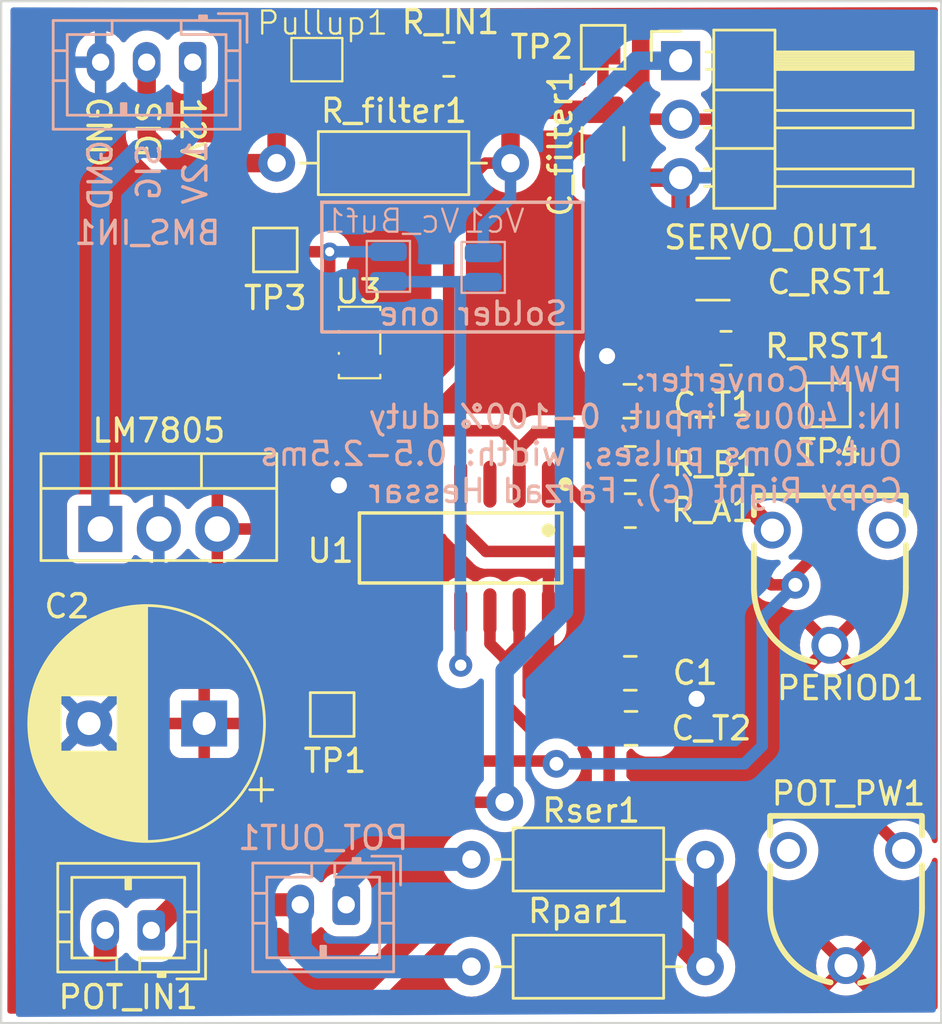
<source format=kicad_pcb>
(kicad_pcb (version 20221018) (generator pcbnew)
  (layers (0 "F.Cu" signal) (31 "B.Cu" signal) (34 "B.Paste" user) (35 "F.Paste" user) (36 "B.SilkS" user "B.Silkscreen") (37 "F.SilkS" user "F.Silkscreen") (38 "B.Mask" user) (39 "F.Mask" user) (44 "Edge.Cuts" user))
  (net 0 "")
  (net 1 "OUT1")
  (net 2 "In_Signal")
  (net 3 "VCC5")
  (net 4 "GNDREF")
  (net 6 "Net-(U3-VIN-)")
  (net 7 "Net-(PERIOD1-Pad3)")
  (net 9 "Out_Signal")
  (net 10 "Net-(POT_IN1-Pin_1)")
  (net 11 "Net-(POT_IN1-Pin_2)")
  (net 12 "signal_filtered")
  (net 13 "Net-(Pullup1-A)")
  (net 14 "12Vin")
  (net 15 "Net-(POT_OUT1-Pin_1)")
  (net 17 "Reset")
  (net 18 "Net-(U1-THRA)")
  (net 19 "U1_THRB")
  (net 20 "Net-(U1-DISCA)")
  (net 21 "Net-(U1-CNTLB)")
  (footprint "easyeda2kicad:RES-ARRAY-TH_601030" (layer "F.Cu") (at 123.86 97.56 180)
    (fp_text reference "POT_PW1" (at -0.11 4.97) (layer "F.SilkS"))
    (fp_text value "10K" hide)
    (pad "1" thru_hole circle (at -2.5 2.5 180) (size 1.6 1.6) (drill 0.999998) (layers "*.Cu" "*.Mask") (net 19 "U1_THRB"))
    (pad "2" thru_hole circle (at 0 -2.5 180) (size 1.6 1.6) (drill 0.999998) (layers "*.Cu" "*.Mask") (net 3 "VCC5"))
    (pad "3" thru_hole circle (at 2.5 2.5 180) (size 1.6 1.6) (drill 0.999998) (layers "*.Cu" "*.Mask"))
  )
  (footprint "Package_TO_SOT_THT:TO-220-3_Vertical" (layer "F.Cu") (at 91.47 81.105)
    (fp_text reference "LM7805" (at 2.54 -4.27) (layer "F.SilkS"))
    (fp_text value "LM7805_TO220" hide)
    (pad "1" thru_hole rect (at 0 0) (size 1.905 2) (drill 1.1) (layers "*.Cu" "*.Mask") (net 14 "12Vin"))
    (pad "2" thru_hole oval (at 2.54 0) (size 1.905 2) (drill 1.1) (layers "*.Cu" "*.Mask") (net 4 "GNDREF"))
    (pad "3" thru_hole oval (at 5.08 0) (size 1.905 2) (drill 1.1) (layers "*.Cu" "*.Mask") (net 3 "VCC5"))
  )
  (footprint "Connector_PinHeader_2.54mm:PinHeader_1x03_P2.54mm_Horizontal" (layer "F.Cu") (at 116.675 60.775)
    (fp_text reference "SERVO_OUT1" (at 3.955 7.675) (layer "F.SilkS"))
    (fp_text value "Conn_01x03_Pin_2.54mm" hide)
    (pad "1" thru_hole rect (at 0 0) (size 1.7 1.7) (drill 1) (layers "*.Cu" "*.Mask") (net 9 "Out_Signal"))
    (pad "2" thru_hole oval (at 0 2.54) (size 1.7 1.7) (drill 1) (layers "*.Cu" "*.Mask") (net 3 "VCC5"))
    (pad "3" thru_hole oval (at 0 5.08) (size 1.7 1.7) (drill 1) (layers "*.Cu" "*.Mask") (net 4 "GNDREF"))
  )
  (footprint "Capacitor_THT:CP_Radial_D10.0mm_P5.00mm" (layer "F.Cu") (at 95.98 89.55 180)
    (fp_text reference "C2" (at 5.96 5.09) (layer "F.SilkS"))
    (fp_text value "330uF" hide)
    (pad "1" thru_hole rect (at 0 0 180) (size 2 2) (drill 1) (layers "*.Cu" "*.Mask") (net 3 "VCC5"))
    (pad "2" thru_hole circle (at 5 0 180) (size 2 2) (drill 1) (layers "*.Cu" "*.Mask") (net 4 "GNDREF"))
  )
  (footprint "TestPoint:TestPoint_Pad_1.5x1.5mm" (layer "F.Cu") (at 123.09 75.72 90)
    (fp_text reference "TP4" (at -2.01 0.07 180) (layer "F.SilkS"))
    (fp_text value "TestPoint_Probe" hide)
    (pad "1" smd rect (at 0 0 90) (size 1.5 1.5) (layers "F.Cu" "F.Mask") (net 17 "Reset"))
  )
  (footprint "easyeda2kicad:SOIC-14_L8.7-W3.9-P1.27-LS6.0-BL" (layer "F.Cu") (at 107.1225 81.93 180)
    (fp_text reference "U1" (at 5.6525 -0.12) (layer "F.SilkS"))
    (fp_text value "NE556DR")
    (pad "1" smd oval (at -3.81 2.77 180) (size 0.57 2.04) (layers "F.Cu" "F.Paste" "F.Mask") (net 20 "Net-(U1-DISCA)"))
    (pad "2" smd oval (at -2.54 2.77 180) (size 0.57 2.04) (layers "F.Cu" "F.Paste" "F.Mask") (net 18 "Net-(U1-THRA)"))
    (pad "3" smd oval (at -1.27 2.77 180) (size 0.57 2.04) (layers "F.Cu" "F.Paste" "F.Mask"))
    (pad "4" smd oval (at 0 2.77 180) (size 0.57 2.04) (layers "F.Cu" "F.Paste" "F.Mask") (net 17 "Reset"))
    (pad "5" smd oval (at 1.27 2.77 180) (size 0.57 2.04) (layers "F.Cu" "F.Paste" "F.Mask") (net 1 "OUT1"))
    (pad "6" smd oval (at 2.54 2.77 180) (size 0.57 2.04) (layers "F.Cu" "F.Paste" "F.Mask") (net 18 "Net-(U1-THRA)"))
    (pad "7" smd oval (at 3.81 2.77 180) (size 0.57 2.04) (layers "F.Cu" "F.Paste" "F.Mask") (net 4 "GNDREF"))
    (pad "8" smd oval (at 3.81 -2.77 180) (size 0.57 2.04) (layers "F.Cu" "F.Paste" "F.Mask") (net 1 "OUT1"))
    (pad "9" smd oval (at 2.54 -2.77 180) (size 0.57 2.04) (layers "F.Cu" "F.Paste" "F.Mask") (net 9 "Out_Signal"))
    (pad "10" smd oval (at 1.27 -2.77 180) (size 0.57 2.04) (layers "F.Cu" "F.Paste" "F.Mask") (net 17 "Reset"))
    (pad "11" smd oval (at 0 -2.77 180) (size 0.57 2.04) (layers "F.Cu" "F.Paste" "F.Mask") (net 21 "Net-(U1-CNTLB)"))
    (pad "12" smd oval (at -1.27 -2.77 180) (size 0.57 2.04) (layers "F.Cu" "F.Paste" "F.Mask") (net 19 "U1_THRB"))
    (pad "13" smd oval (at -2.54 -2.77 180) (size 0.57 2.04) (layers "F.Cu" "F.Paste" "F.Mask") (net 19 "U1_THRB"))
    (pad "14" smd oval (at -3.81 -2.77 180) (size 0.57 2.04) (layers "F.Cu" "F.Paste" "F.Mask") (net 3 "VCC5"))
  )
  (footprint "Capacitor_SMD:C_1206_3216Metric" (layer "F.Cu") (at 118.08 70.26)
    (fp_text reference "C_RST1" (at 5.08 0.13) (layer "F.SilkS"))
    (fp_text value "22uF" hide)
    (pad "1" smd roundrect (at -1.475 0) (size 1.15 1.8) (layers "F.Cu" "F.Paste" "F.Mask") (roundrect_rratio 0.2173913043) (net 4 "GNDREF"))
    (pad "2" smd roundrect (at 1.475 0) (size 1.15 1.8) (layers "F.Cu" "F.Paste" "F.Mask") (roundrect_rratio 0.2173913043) (net 17 "Reset"))
  )
  (footprint "Resistor_THT:R_Axial_DIN0207_L6.3mm_D2.5mm_P10.16mm_Horizontal" (layer "F.Cu") (at 109.286 65.222 180)
    (fp_text reference "R_filter1" (at 5.066 2.272) (layer "F.SilkS"))
    (fp_text value "R" hide)
    (pad "1" thru_hole circle (at 0 0 180) (size 1.6 1.6) (drill 0.8) (layers "*.Cu" "*.Mask") (net 12 "signal_filtered"))
    (pad "2" thru_hole oval (at 10.16 0 180) (size 1.6 1.6) (drill 0.8) (layers "*.Cu" "*.Mask") (net 2 "In_Signal"))
  )
  (footprint "TestPoint:TestPoint_Pad_1.5x1.5mm" (layer "F.Cu") (at 99.07 68.99)
    (fp_text reference "TP3" (at 0 2.09) (layer "F.SilkS"))
    (fp_text value "TestPoint_Probe" hide)
    (pad "1" smd rect (at 0 0) (size 1.5 1.5) (layers "F.Cu" "F.Mask") (net 6 "Net-(U3-VIN-)"))
  )
  (footprint "Connector_JST:JST_PH_B2B-PH-K_1x02_P2.00mm_Vertical" (layer "F.Cu") (at 93.68 98.53 180)
    (fp_text reference "POT_IN1" (at 1 -2.9) (layer "F.SilkS"))
    (fp_text value "Conn_01x02_Socket" hide)
    (pad "1" thru_hole roundrect (at 0 0 180) (size 1.2 1.75) (drill 0.75) (layers "*.Cu" "*.Mask") (roundrect_rratio 0.2083333333) (net 10 "Net-(POT_IN1-Pin_1)"))
    (pad "2" thru_hole oval (at 2 0 180) (size 1.2 1.75) (drill 0.75) (layers "*.Cu" "*.Mask") (net 11 "Net-(POT_IN1-Pin_2)"))
  )
  (footprint "Resistor_SMD:R_0805_2012Metric" (layer "F.Cu") (at 114.49 80.31 180)
    (fp_text reference "R_A1" (at -3.56 0.03) (layer "F.SilkS"))
    (fp_text value "10k" hide)
    (pad "1" smd roundrect (at -0.9125 0 180) (size 1.025 1.4) (layers "F.Cu" "F.Paste" "F.Mask") (roundrect_rratio 0.243902439) (net 7 "Net-(PERIOD1-Pad3)"))
    (pad "2" smd roundrect (at 0.9125 0 180) (size 1.025 1.4) (layers "F.Cu" "F.Paste" "F.Mask") (roundrect_rratio 0.243902439) (net 20 "Net-(U1-DISCA)"))
  )
  (footprint "Resistor_SMD:R_0805_2012Metric" (layer "F.Cu") (at 118.6475 73.26 180)
    (fp_text reference "R_RST1" (at -4.4175 0.09) (layer "F.SilkS"))
    (fp_text value "150k" hide)
    (pad "1" smd roundrect (at -0.9125 0 180) (size 1.025 1.4) (layers "F.Cu" "F.Paste" "F.Mask") (roundrect_rratio 0.243902439) (net 17 "Reset"))
    (pad "2" smd roundrect (at 0.9125 0 180) (size 1.025 1.4) (layers "F.Cu" "F.Paste" "F.Mask") (roundrect_rratio 0.243902439) (net 3 "VCC5"))
  )
  (footprint "Capacitor_SMD:C_0805_2012Metric" (layer "F.Cu") (at 114.52 89.76 180)
    (fp_text reference "C_T2" (at -3.49 0) (layer "F.SilkS"))
    (fp_text value "220nF" hide)
    (pad "1" smd roundrect (at -0.95 0 180) (size 1 1.45) (layers "F.Cu" "F.Paste" "F.Mask") (net 4 "GNDREF"))
    (pad "2" smd roundrect (at 0.95 0 180) (size 1 1.45) (layers "F.Cu" "F.Paste" "F.Mask") (net 19 "U1_THRB"))
  )
  (footprint "TestPoint:TestPoint_Pad_1.5x1.5mm" (layer "F.Cu") (at 113.31 60.19)
    (fp_text reference "TP2" (at -2.66 -0.01) (layer "F.SilkS"))
    (fp_text value "TestPoint_Probe" hide)
    (pad "1" smd rect (at 0 0) (size 1.5 1.5) (layers "F.Cu" "F.Mask") (net 12 "signal_filtered"))
  )
  (footprint "easyeda2kicad:SOT-23-5_L3.0-W1.7-P0.95-LS2.8-BR" (layer "F.Cu") (at 102.73 73.01 180)
    (fp_text reference "U3" (at 0.05 2.22) (layer "F.SilkS"))
    (fp_text value "MCP6021T-E/OT" hide)
    (pad "1" smd rect (at 1.3 0.95 180) (size 1.1 0.6) (layers "F.Cu" "F.Paste" "F.Mask") (net 6 "Net-(U3-VIN-)"))
    (pad "2" smd rect (at 1.3 0 180) (size 1.1 0.6) (layers "F.Cu" "F.Paste" "F.Mask") (net 4 "GNDREF"))
    (pad "3" smd rect (at 1.3 -0.95 180) (size 1.1 0.6) (layers "F.Cu" "F.Paste" "F.Mask") (net 12 "signal_filtered"))
    (pad "4" smd rect (at -1.3 -0.95 180) (size 1.1 0.6) (layers "F.Cu" "F.Paste" "F.Mask") (net 6 "Net-(U3-VIN-)"))
    (pad "5" smd rect (at -1.3 0.95 180) (size 1.1 0.6) (layers "F.Cu" "F.Paste" "F.Mask") (net 3 "VCC5"))
  )
  (footprint "Resistor_THT:R_Axial_DIN0207_L6.3mm_D2.5mm_P10.16mm_Horizontal" (layer "F.Cu") (at 117.75 95.45 180)
    (fp_text reference "Rser1" (at 4.96 2.12) (layer "F.SilkS"))
    (fp_text value "R" hide)
    (pad "1" thru_hole circle (at 0 0 180) (size 1.6 1.6) (drill 0.8) (layers "*.Cu" "*.Mask") (net 11 "Net-(POT_IN1-Pin_2)"))
    (pad "2" thru_hole oval (at 10.16 0 180) (size 1.6 1.6) (drill 0.8) (layers "*.Cu" "*.Mask") (net 15 "Net-(POT_OUT1-Pin_1)"))
  )
  (footprint "TestPoint:TestPoint_Pad_1.5x1.5mm" (layer "F.Cu") (at 101.54 89.16)
    (fp_text reference "TP1" (at 0.12 2.01) (layer "F.SilkS"))
    (fp_text value "TestPoint_Probe" hide)
    (pad "1" smd rect (at 0 0) (size 1.5 1.5) (layers "F.Cu" "F.Mask") (net 1 "OUT1"))
  )
  (footprint "Capacitor_SMD:C_0805_2012Metric" (layer "F.Cu") (at 114.47 75.56)
    (fp_text reference "C_T1" (at 3.62 0.14) (layer "F.SilkS"))
    (fp_text value "220nF" hide)
    (pad "1" smd roundrect (at -0.95 0) (size 1 1.45) (layers "F.Cu" "F.Paste" "F.Mask") (net 4 "GNDREF"))
    (pad "2" smd roundrect (at 0.95 0) (size 1 1.45) (layers "F.Cu" "F.Paste" "F.Mask") (net 18 "Net-(U1-THRA)"))
  )
  (footprint "Resistor_SMD:R_0805_2012Metric" (layer "F.Cu") (at 106.6075 60.72 180)
    (fp_text reference "R_IN1" (at -0.0725 1.62) (layer "F.SilkS"))
    (fp_text value "1k" hide)
    (pad "1" smd roundrect (at -0.9125 0 180) (size 1.025 1.4) (layers "F.Cu" "F.Paste" "F.Mask") (roundrect_rratio 0.243902439) (net 3 "VCC5"))
    (pad "2" smd roundrect (at 0.9125 0 180) (size 1.025 1.4) (layers "F.Cu" "F.Paste" "F.Mask") (roundrect_rratio 0.243902439) (net 13 "Net-(Pullup1-A)"))
  )
  (footprint "Custom:SolderJumper2_Open" (layer "F.Cu") (at 100.89 60.73 180)
    (fp_text reference "Pullup1" (at -0.23 1.59 unlocked) (layer "F.SilkS") (effects (font (thickness 0.1))))
    (fp_text value "SolderJumper_2_Open" hide)
    (pad "1" smd roundrect (at -0.61 0 270) (size 1.6 0.8) (layers "F.Cu" "F.Paste" "F.Mask") (net 13 "Net-(Pullup1-A)"))
    (pad "2" smd roundrect (at 0.63 0 270) (size 1.6 0.8) (layers "F.Cu" "F.Paste" "F.Mask") (net 2 "In_Signal"))
  )
  (footprint "easyeda2kicad:RES-ARRAY-TH_601030" (layer "F.Cu") (at 123.159993 83.652957 180)
    (fp_text reference "PERIOD1" (at -0.89 -4.36) (layer "F.SilkS"))
    (fp_text value "150K" hide)
    (pad "1" thru_hole circle (at -2.5 2.5 180) (size 1.6 1.6) (drill 0.999998) (layers "*.Cu" "*.Mask"))
    (pad "2" thru_hole circle (at 0 -2.5 180) (size 1.6 1.6) (drill 0.999998) (layers "*.Cu" "*.Mask") (net 3 "VCC5"))
    (pad "3" thru_hole circle (at 2.5 2.5 180) (size 1.6 1.6) (drill 0.999998) (layers "*.Cu" "*.Mask") (net 7 "Net-(PERIOD1-Pad3)"))
  )
  (footprint "Resistor_SMD:R_0805_2012Metric" (layer "F.Cu") (at 114.49 78.26 180)
    (fp_text reference "R_B1" (at -3.66 -0.03) (layer "F.SilkS"))
    (fp_text value "1K5" hide)
    (pad "1" smd roundrect (at -0.9125 0 180) (size 1.025 1.4) (layers "F.Cu" "F.Paste" "F.Mask") (roundrect_rratio 0.243902439) (net 18 "Net-(U1-THRA)"))
    (pad "2" smd roundrect (at 0.9125 0 180) (size 1.025 1.4) (layers "F.Cu" "F.Paste" "F.Mask") (roundrect_rratio 0.243902439) (net 20 "Net-(U1-DISCA)"))
  )
  (footprint "Capacitor_SMD:C_1206_3216Metric" (layer "F.Cu") (at 113.3 64.38 90)
    (fp_text reference "C_filter1" (at 0 -1.85 90) (layer "F.SilkS"))
    (fp_text value "22uF" hide)
    (pad "1" smd roundrect (at -1.475 0 90) (size 1.15 1.8) (layers "F.Cu" "F.Paste" "F.Mask") (roundrect_rratio 0.2173913043) (net 4 "GNDREF"))
    (pad "2" smd roundrect (at 1.475 0 90) (size 1.15 1.8) (layers "F.Cu" "F.Paste" "F.Mask") (roundrect_rratio 0.2173913043) (net 12 "signal_filtered"))
  )
  (footprint "Capacitor_SMD:C_0805_2012Metric" (layer "F.Cu") (at 114.49 87.37 180)
    (fp_text reference "C1" (at -2.82 0.02 180) (layer "F.SilkS"))
    (fp_text value "10nF" hide)
    (pad "1" smd roundrect (at -0.95 0 180) (size 1 1.45) (layers "F.Cu" "F.Paste" "F.Mask") (net 4 "GNDREF"))
    (pad "2" smd roundrect (at 0.95 0 180) (size 1 1.45) (layers "F.Cu" "F.Paste" "F.Mask") (net 3 "VCC5"))
  )
  (footprint "Resistor_THT:R_Axial_DIN0207_L6.3mm_D2.5mm_P10.16mm_Horizontal" (layer "F.Cu") (at 107.59 100.11)
    (fp_text reference "Rpar1" (at 4.65 -2.42) (layer "F.SilkS"))
    (fp_text value "R" hide)
    (pad "1" thru_hole circle (at 0 0) (size 1.6 1.6) (drill 0.8) (layers "*.Cu" "*.Mask") (net 10 "Net-(POT_IN1-Pin_1)"))
    (pad "2" thru_hole oval (at 10.16 0) (size 1.6 1.6) (drill 0.8) (layers "*.Cu" "*.Mask") (net 11 "Net-(POT_IN1-Pin_2)"))
  )
  (footprint "Connector_JST:JST_PH_B3B-PH-K_1x03_P2.00mm_Vertical" (layer "B.Cu") (at 95.48 60.84 180)
    (fp_text reference "BMS_IN1" (at 1.97 -7.41) (layer "B.SilkS") (effects (justify mirror)))
    (fp_text value "Conn_01x03_Socket" hide)
    (pad "1" thru_hole roundrect (at 0 0 180) (size 1.2 1.75) (drill 0.75) (layers "*.Cu" "*.Mask") (roundrect_rratio 0.2083333333) (net 14 "12Vin"))
    (pad "2" thru_hole oval (at 2 0 180) (size 1.2 1.75) (drill 0.75) (layers "*.Cu" "*.Mask") (net 2 "In_Signal"))
    (pad "3" thru_hole oval (at 4 0 180) (size 1.2 1.75) (drill 0.75) (layers "*.Cu" "*.Mask") (net 4 "GNDREF"))
  )
  (footprint "Custom:SolderJumper2_Open" (layer "B.Cu") (at 103.98 69.72 90)
    (fp_text reference "Vc_Buf1" (at 1.98 0.15 unlocked) (layer "B.SilkS") (effects (font (thickness 0.1)) (justify mirror)))
    (fp_text value "SolderJumper_2_Open" hide)
    (pad "1" smd roundrect (at -0.63 0) (size 1.6 0.8) (layers "B.Cu" "B.Paste" "B.Mask") (net 21 "Net-(U1-CNTLB)"))
    (pad "2" smd roundrect (at 0.65 0) (size 1.6 0.8) (layers "B.Cu" "B.Paste" "B.Mask") (net 6 "Net-(U3-VIN-)"))
  )
  (footprint "Connector_JST:JST_PH_B2B-PH-K_1x02_P2.00mm_Vertical" (layer "B.Cu") (at 102.15 97.42 180)
    (fp_text reference "POT_OUT1" (at 1 2.9) (layer "B.SilkS") (effects (justify mirror)))
    (fp_text value "Conn_01x02_Socket" hide)
    (pad "1" thru_hole roundrect (at 0 0 180) (size 1.2 1.75) (drill 0.75) (layers "*.Cu" "*.Mask") (roundrect_rratio 0.2083333333) (net 15 "Net-(POT_OUT1-Pin_1)"))
    (pad "2" thru_hole oval (at 2 0 180) (size 1.2 1.75) (drill 0.75) (layers "*.Cu" "*.Mask") (net 10 "Net-(POT_IN1-Pin_1)"))
  )
  (footprint "Custom:SolderJumper2_Open" (layer "B.Cu") (at 108.1 69.765 90)
    (fp_text reference "Vc1" (at 2.025 0.48 unlocked) (layer "B.SilkS") (effects (font (thickness 0.1)) (justify mirror)))
    (fp_text value "SolderJumper_2_Open" hide)
    (pad "1" smd roundrect (at -0.62 0) (size 1.6 0.8) (layers "B.Cu" "B.Paste" "B.Mask") (net 21 "Net-(U1-CNTLB)"))
    (pad "2" smd roundrect (at 0.64 0) (size 1.6 0.8) (layers "B.Cu" "B.Paste" "B.Mask") (net 12 "signal_filtered"))
  )
  (gr_rect (start 101.09 66.92) (end 112.43 72.55) (stroke (width 0.15)) (fill none) (layer "B.SilkS"))
  (gr_rect (start 87.16 58.19) (end 128 102.56) (stroke (width 0.1)) (fill none) (layer "Edge.Cuts"))
  (gr_text "12V" (at 96.18 64.15 90) (layer "B.SilkS") (effects (font (size 1 1)) (justify left bottom mirror)))
  (gr_text "PWM Converter:\nIN: 400us input, 0-100% duty\nOut: 20ms pulses, width: 0.5-2.5ms\nCopy Right (c), Farzad Hessar" (at 126.41 80.04) (layer "B.SilkS") (effects (font (size 1 1)) (justify left bottom mirror)))
  (gr_text "GND" (at 92.06 64.12 90) (layer "B.SilkS") (effects (font (size 1 1)) (justify left bottom mirror)))
  (gr_text "Solder one" (at 111.85 72.34) (layer "B.SilkS") (effects (font (size 1 1)) (justify left bottom mirror)))
  (gr_text "SIG" (at 94.16 64.29 90) (layer "B.SilkS") (effects (font (size 1 1)) (justify left bottom mirror)))
  (gr_text "SIG" (at 92.92 62.43 -90) (layer "F.SilkS") (effects (font (size 1 1)) (justify left bottom)))
  (gr_text "12V" (at 94.89 62.27 270) (layer "F.SilkS") (effects (font (size 1 1)) (justify left bottom)))
  (gr_text "GND" (at 90.8 62.25 -90) (layer "F.SilkS") (effects (font (size 1 1)) (justify left bottom)))
  (segment (start 101.54 86.87) (end 103.3125 85.0975) (width 0.5) (layer "F.Cu") (net 1))
  (segment (start 103.3125 83.2475) (end 103.3125 84.7) (width 0.5) (layer "F.Cu") (net 1))
  (segment (start 105.8525 79.16) (end 105.8525 80.7075) (width 0.5) (layer "F.Cu") (net 1))
  (segment (start 101.54 89.16) (end 101.54 86.87) (width 0.5) (layer "F.Cu") (net 1))
  (segment (start 103.3125 85.0975) (end 103.3125 84.7) (width 0.5) (layer "F.Cu") (net 1))
  (segment (start 105.8525 80.7075) (end 103.3125 83.2475) (width 0.5) (layer "F.Cu") (net 1))
  (segment (start 99.126 65.222) (end 99.126 61.114) (width 0.8) (layer "F.Cu") (net 2))
  (segment (start 99.51 60.73) (end 100.26 60.73) (width 0.8) (layer "F.Cu") (net 2))
  (segment (start 99.126 61.114) (end 99.51 60.73) (width 0.8) (layer "F.Cu") (net 2))
  (segment (start 94.672 65.222) (end 99.126 65.222) (width 0.8) (layer "F.Cu") (net 2))
  (segment (start 93.48 64.03) (end 94.672 65.222) (width 0.8) (layer "F.Cu") (net 2))
  (segment (start 93.48 60.84) (end 93.48 64.03) (width 0.8) (layer "F.Cu") (net 2))
  (segment (start 103.3125 79.16) (end 101.88 79.16) (width 0.5) (layer "F.Cu") (net 4))
  (segment (start 116.675 70.19) (end 116.675 65.855) (width 0.8) (layer "F.Cu") (net 4))
  (segment (start 113.52 73.64) (end 113.48 73.6) (width 0.5) (layer "F.Cu") (net 4))
  (segment (start 101.88 79.16) (end 101.83 79.21) (width 0.5) (layer "F.Cu") (net 4))
  (segment (start 113.52 75.56) (end 113.52 73.64) (width 0.5) (layer "F.Cu") (net 4))
  (segment (start 116.605 70.26) (end 116.675 70.19) (width 0.8) (layer "F.Cu") (net 4))
  (segment (start 115.47 89.76) (end 116.09 89.76) (width 0.5) (layer "F.Cu") (net 4))
  (segment (start 116.26 87.37) (end 115.44 87.37) (width 0.5) (layer "F.Cu") (net 4))
  (segment (start 95.74 73.01) (end 101.43 73.01) (width 0.5) (layer "F.Cu") (net 4))
  (segment (start 115.47 89.76) (end 115.47 87.4) (width 0.5) (layer "F.Cu") (net 4))
  (segment (start 94.01 74.74) (end 94.01 81.105) (width 0.5) (layer "F.Cu") (net 4))
  (segment (start 116.09 89.76) (end 117.37 88.48) (width 0.5) (layer "F.Cu") (net 4))
  (segment (start 116.675 65.855) (end 113.3 65.855) (width 0.8) (layer "F.Cu") (net 4))
  (segment (start 95.74 73.01) (end 94.01 74.74) (width 0.5) (layer "F.Cu") (net 4))
  (segment (start 117.37 88.48) (end 116.26 87.37) (width 0.5) (layer "F.Cu") (net 4))
  (segment (start 113.51 75.57) (end 113.52 75.56) (width 0.5) (layer "F.Cu") (net 4))
  (via (at 113.48 73.6) (size 1.4) (drill 0.7) (layers "F.Cu" "B.Cu") (net 4))
  (via (at 117.37 88.48) (size 1.4) (drill 0.7) (layers "F.Cu" "B.Cu") (net 4))
  (via (at 101.83 79.21) (size 1.4) (drill 0.7) (layers "F.Cu" "B.Cu") (net 4))
  (segment (start 103.16 73.96) (end 102.86 73.66) (width 0.5) (layer "F.Cu") (net 6))
  (segment (start 102.86 73.66) (end 102.86 72.52) (width 0.5) (layer "F.Cu") (net 6))
  (segment (start 102.86 72.52) (end 102.4 72.06) (width 0.5) (layer "F.Cu") (net 6))
  (segment (start 104.03 73.96) (end 103.16 73.96) (width 0.5) (layer "F.Cu") (net 6))
  (segment (start 101.43 69.07) (end 99.15 69.07) (width 0.5) (layer "F.Cu") (net 6))
  (segment (start 102.4 72.06) (end 101.43 72.06) (width 0.5) (layer "F.Cu") (net 6))
  (segment (start 99.15 69.07) (end 99.07 68.99) (width 0.5) (layer "F.Cu") (net 6))
  (segment (start 101.43 69.07) (end 101.43 72.06) (width 0.5) (layer "F.Cu") (net 6))
  (via (at 101.43 69.07) (size 0.8) (drill 0.4) (layers "F.Cu" "B.Cu") (net 6))
  (segment (start 103.98 69.07) (end 101.43 69.07) (width 0.5) (layer "B.Cu") (net 6))
  (segment (start 115.4125 80.3) (end 115.4025 80.31) (width 0.8) (layer "F.Cu") (net 7))
  (segment (start 120.659993 81.152957) (end 119.807036 80.3) (width 0.8) (layer "F.Cu") (net 7))
  (segment (start 119.807036 80.3) (end 115.4125 80.3) (width 0.8) (layer "F.Cu") (net 7))
  (segment (start 104.5825 92.1625) (end 104.5825 84.7) (width 0.5) (layer "F.Cu") (net 9))
  (segment (start 105.39 92.97) (end 104.5825 92.1625) (width 0.5) (layer "F.Cu") (net 9))
  (segment (start 109.03 92.97) (end 105.39 92.97) (width 0.5) (layer "F.Cu") (net 9))
  (via (at 109.03 92.97) (size 1.6) (drill 0.8) (layers "F.Cu" "B.Cu") (net 9))
  (segment (start 114.745 60.775) (end 116.675 60.775) (width 0.8) (layer "B.Cu") (net 9))
  (segment (start 109.03 87.26) (end 111.61 84.68) (width 0.8) (layer "B.Cu") (net 9))
  (segment (start 109.03 92.97) (end 109.03 87.26) (width 0.8) (layer "B.Cu") (net 9))
  (segment (start 111.61 84.68) (end 111.61 63.91) (width 0.8) (layer "B.Cu") (net 9))
  (segment (start 111.61 63.91) (end 114.745 60.775) (width 0.8) (layer "B.Cu") (net 9))
  (segment (start 94.79 97.42) (end 100.15 97.42) (width 1) (layer "F.Cu") (net 10))
  (segment (start 93.68 98.53) (end 94.79 97.42) (width 1) (layer "F.Cu") (net 10))
  (segment (start 100.92 100.11) (end 100.15 99.34) (width 1) (layer "B.Cu") (net 10))
  (segment (start 107.59 100.11) (end 100.92 100.11) (width 1) (layer "B.Cu") (net 10))
  (segment (start 100.15 99.34) (end 100.15 97.42) (width 1) (layer "B.Cu") (net 10))
  (segment (start 91.68 100.07) (end 91.68 98.53) (width 1) (layer "F.Cu") (net 11))
  (segment (start 117.75 100.11) (end 115.52 97.88) (width 1) (layer "F.Cu") (net 11))
  (segment (start 115.52 97.88) (end 105.86 97.88) (width 1) (layer "F.Cu") (net 11))
  (segment (start 105.86 97.88) (end 103.06 100.68) (width 1) (layer "F.Cu") (net 11))
  (segment (start 103.06 100.68) (end 92.29 100.68) (width 1) (layer "F.Cu") (net 11))
  (segment (start 92.29 100.68) (end 91.68 100.07) (width 1) (layer "F.Cu") (net 11))
  (segment (start 117.75 100.11) (end 117.75 95.45) (width 1) (layer "B.Cu") (net 11))
  (segment (start 101.43 74.88) (end 101.77 75.22) (width 0.5) (layer "F.Cu") (net 12))
  (segment (start 101.77 75.22) (end 105.3 75.22) (width 0.5) (layer "F.Cu") (net 12))
  (segment (start 113.31 62.895) (end 113.3 62.905) (width 0.5) (layer "F.Cu") (net 12))
  (segment (start 113.3 60.2) (end 113.31 60.19) (width 0.5) (layer "F.Cu") (net 12))
  (segment (start 109.286 63.564) (end 109.945 62.905) (width 0.8) (layer "F.Cu") (net 12))
  (segment (start 105.3 75.22) (end 106.6 73.92) (width 0.5) (layer "F.Cu") (net 12))
  (segment (start 113.3 62.905) (end 113.3 60.2) (width 0.5) (layer "F.Cu") (net 12))
  (segment (start 109.286 65.222) (end 109.286 63.564) (width 0.8) (layer "F.Cu") (net 12))
  (segment (start 109.945 62.905) (end 113.3 62.905) (width 0.8) (layer "F.Cu") (net 12))
  (segment (start 101.43 73.96) (end 101.43 74.88) (width 0.5) (layer "F.Cu") (net 12))
  (segment (start 106.6 66.81) (end 108.188 65.222) (width 0.5) (layer "F.Cu") (net 12))
  (segment (start 108.188 65.222) (end 109.286 65.222) (width 0.5) (layer "F.Cu") (net 12))
  (segment (start 106.6 73.92) (end 106.6 66.81) (width 0.5) (layer "F.Cu") (net 12))
  (segment (start 108.1 67.93) (end 108.1 69.125) (width 0.5) (layer "B.Cu") (net 12))
  (segment (start 109.286 66.744) (end 108.1 67.93) (width 0.5) (layer "B.Cu") (net 12))
  (segment (start 109.286 65.222) (end 109.286 66.744) (width 0.5) (layer "B.Cu") (net 12))
  (segment (start 101.5 60.73) (end 105.685 60.73) (width 0.8) (layer "F.Cu") (net 13))
  (segment (start 105.685 60.73) (end 105.695 60.72) (width 0.8) (layer "F.Cu") (net 13))
  (segment (start 91.47 66.25) (end 93.12 64.6) (width 0.8) (layer "B.Cu") (net 14))
  (segment (start 93.12 64.6) (end 94.79 64.6) (width 0.8) (layer "B.Cu") (net 14))
  (segment (start 94.79 64.6) (end 95.48 63.91) (width 0.8) (layer "B.Cu") (net 14))
  (segment (start 91.47 81.105) (end 91.47 66.25) (width 0.8) (layer "B.Cu") (net 14))
  (segment (start 95.48 63.91) (end 95.48 60.84) (width 0.8) (layer "B.Cu") (net 14))
  (segment (start 103.1 95.45) (end 107.59 95.45) (width 1) (layer "B.Cu") (net 15))
  (segment (start 102.15 97.42) (end 102.15 96.4) (width 1) (layer "B.Cu") (net 15))
  (segment (start 102.15 96.4) (end 103.1 95.45) (width 1) (layer "B.Cu") (net 15))
  (segment (start 121.82 82.93) (end 123.09 81.66) (width 0.5) (layer "F.Cu") (net 17))
  (segment (start 121.66 83.1) (end 121.82 82.94) (width 0.5) (layer "F.Cu") (net 17))
  (segment (start 119.17 82.08) (end 108.22 82.08) (width 0.5) (layer "F.Cu") (net 17))
  (segment (start 111.16 91.18) (end 106.78 91.18) (width 0.5) (layer "F.Cu") (net 17))
  (segment (start 119.56 73.26) (end 119.56 74.91) (width 0.8) (layer "F.Cu") (net 17))
  (segment (start 111.28 91.3) (end 111.16 91.18) (width 0.5) (layer "F.Cu") (net 17))
  (segment (start 120.62 83.53) (end 119.17 82.08) (width 0.5) (layer "F.Cu") (net 17))
  (segment (start 119.56 70.265) (end 119.555 70.26) (width 0.8) (layer "F.Cu") (net 17))
  (segment (start 120.37 75.72) (end 123.09 75.72) (width 0.8) (layer "F.Cu") (net 17))
  (segment (start 106.78 91.18) (end 105.8525 90.2525) (width 0.5) (layer "F.Cu") (net 17))
  (segment (start 107.1225 80.9825) (end 107.1225 79.16) (width 0.5) (layer "F.Cu") (net 17))
  (segment (start 121.66 83.53) (end 121.66 83.1) (width 0.5) (layer "F.Cu") (net 17))
  (segment (start 121.82 82.94) (end 121.82 82.93) (width 0.5) (layer "F.Cu") (net 17))
  (segment (start 119.56 73.26) (end 119.56 70.265) (width 0.8) (layer "F.Cu") (net 17))
  (segment (start 119.56 74.91) (end 120.37 75.72) (width 0.8) (layer "F.Cu") (net 17))
  (segment (start 108.22 82.08) (end 107.1225 80.9825) (width 0.5) (layer "F.Cu") (net 17))
  (segment (start 121.66 83.53) (end 120.62 83.53) (width 0.5) (layer "F.Cu") (net 17))
  (segment (start 105.8525 90.2525) (end 105.8525 84.7) (width 0.5) (layer "F.Cu") (net 17))
  (segment (start 123.09 81.66) (end 123.09 75.72) (width 0.5) (layer "F.Cu") (net 17))
  (via (at 121.66 83.53) (size 1.2) (drill 0.6) (layers "F.Cu" "B.Cu") (net 17))
  (via (at 111.28 91.3) (size 1.2) (drill 0.6) (layers "F.Cu" "B.Cu") (net 17))
  (segment (start 119.44 91.3) (end 111.28 91.3) (width 0.5) (layer "B.Cu") (net 17))
  (segment (start 120.22 84.97) (end 120.22 90.52) (width 0.5) (layer "B.Cu") (net 17))
  (segment (start 120.22 90.52) (end 119.44 91.3) (width 0.5) (layer "B.Cu") (net 17))
  (segment (start 121.66 83.53) (end 120.22 84.97) (width 0.5) (layer "B.Cu") (net 17))
  (segment (start 109.67 79.1525) (end 109.67 77.61) (width 0.5) (layer "F.Cu") (net 18))
  (segment (start 108.9 76.84) (end 109.67 77.61) (width 0.5) (layer "F.Cu") (net 18))
  (segment (start 109.6625 79.16) (end 109.67 79.1525) (width 0.5) (layer "F.Cu") (net 18))
  (segment (start 115.4025 78.26) (end 115.4025 75.5775) (width 0.5) (layer "F.Cu") (net 18))
  (segment (start 104.5825 77.4175) (end 105.16 76.84) (width 0.5) (layer "F.Cu") (net 18))
  (segment (start 109.67 77.61) (end 110.36 76.92) (width 0.5) (layer "F.Cu") (net 18))
  (segment (start 105.16 76.84) (end 108.9 76.84) (width 0.5) (layer "F.Cu") (net 18))
  (segment (start 104.5825 79.16) (end 104.5825 77.4175) (width 0.5) (layer "F.Cu") (net 18))
  (segment (start 110.36 76.92) (end 115.4025 76.92) (width 0.5) (layer "F.Cu") (net 18))
  (segment (start 115.4025 75.5775) (end 115.42 75.56) (width 0.5) (layer "F.Cu") (net 18))
  (segment (start 113.57 89.76) (end 113.57 92.19) (width 0.5) (layer "F.Cu") (net 19))
  (segment (start 109.6625 86.1375) (end 109.055 86.745) (width 0.5) (layer "F.Cu") (net 19))
  (segment (start 108.3925 86.0825) (end 108.3925 84.7) (width 0.5) (layer "F.Cu") (net 19))
  (segment (start 109.6625 84.7) (end 109.6625 86.1375) (width 0.5) (layer "F.Cu") (net 19))
  (segment (start 109.055 86.745) (end 108.3925 86.0825) (width 0.5) (layer "F.Cu") (net 19))
  (segment (start 124.14 92.84) (end 126.36 95.06) (width 0.5) (layer "F.Cu") (net 19))
  (segment (start 110.12 89.76) (end 113.57 89.76) (width 0.5) (layer "F.Cu") (net 19))
  (segment (start 109.055 88.695) (end 110.12 89.76) (width 0.5) (layer "F.Cu") (net 19))
  (segment (start 114.22 92.84) (end 124.14 92.84) (width 0.5) (layer "F.Cu") (net 19))
  (segment (start 113.57 92.19) (end 114.22 92.84) (width 0.5) (layer "F.Cu") (net 19))
  (segment (start 109.055 86.745) (end 109.055 88.695) (width 0.5) (layer "F.Cu") (net 19))
  (segment (start 110.9325 79.16) (end 111.66 79.16) (width 0.5) (layer "F.Cu") (net 20))
  (segment (start 111.66 79.16) (end 112.81 80.31) (width 0.5) (layer "F.Cu") (net 20))
  (segment (start 112.81 80.31) (end 113.5775 80.31) (width 0.5) (layer "F.Cu") (net 20))
  (segment (start 113.5775 78.26) (end 113.5775 80.31) (width 0.5) (layer "F.Cu") (net 20))
  (segment (start 107.1225 87.02) (end 107.1225 84.7) (width 0.5) (layer "F.Cu") (net 21))
  (via (at 107.1225 87.02) (size 1) (drill 0.5) (layers "F.Cu" "B.Cu") (net 21))
  (segment (start 108.08 70.265) (end 108.1 70.245) (width 0.5) (layer "B.Cu") (net 21))
  (segment (start 103.98 70.35) (end 104 70.37) (width 0.5) (layer "B.Cu") (net 21))
  (segment (start 108.085 70.37) (end 108.1 70.385) (width 0.5) (layer "B.Cu") (net 21))
  (segment (start 104 70.37) (end 108.085 70.37) (width 0.5) (layer "B.Cu") (net 21))
  (segment (start 107.11 70.38) (end 107.1 70.37) (width 0.5) (layer "B.Cu") (net 21))
  (segment (start 107.11 87.0075) (end 107.11 70.38) (width 0.5) (layer "B.Cu") (net 21))
  (segment (start 107.1225 87.02) (end 107.11 87.0075) (width 0.5) (layer "B.Cu") (net 21))
  (zone (net 3) (net_name "VCC5") (layer "F.Cu") (priority 1) (connect_pads (clearance 0.5)) (min_thickness 0.25) (fill yes (thermal_gap 0.5) (thermal_bridge_width 0.5))
    (polygon (pts (xy 87.57 58.54) (xy 127.85 58.45) (xy 127.84 101.975201) (xy 87.43 102.15)))
  )
  (zone (net 4) (net_name "GNDREF") (layer "B.Cu") (connect_pads (clearance 0.5)) (min_thickness 0.25) (fill yes (thermal_gap 0.5) (thermal_bridge_width 0.5))
    (polygon (pts (xy 87.563091 58.46) (xy 127.853091 58.56) (xy 127.763091 102.1) (xy 87.803091 102.29)))
  )
)
</source>
